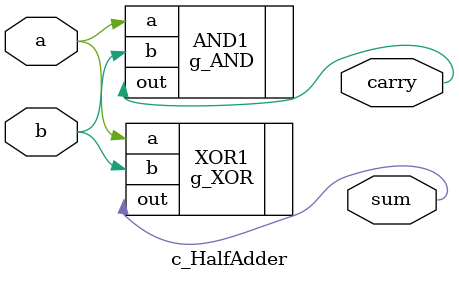
<source format=v>

module c_HalfAdder
(
    input  a, b,
    output sum, carry
);

g_XOR XOR1 ( .a(a), .b(b), .out(sum)   );
g_AND AND1 ( .a(a), .b(b), .out(carry) );

endmodule

</source>
